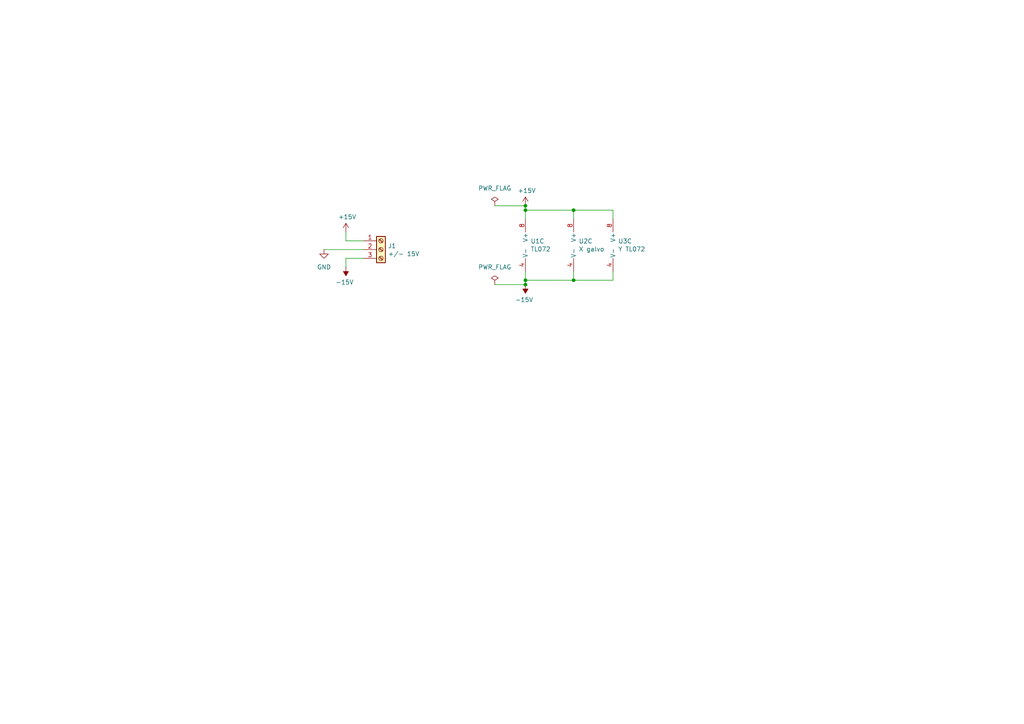
<source format=kicad_sch>
(kicad_sch (version 20231120) (generator "eeschema") (generator_version "8.0")
  (paper "A4")
  (lib_symbols
    (symbol "Amplifier_Operational:TL072" (pin_names (offset 0.127))
      (property "Reference" "U" (at 0 5.08 0))
      (property "Value" "TL072" (at 0 -5.08 0))
      (symbol "TL072_1_1"
        (polyline (pts (xy -5.08 5.08) (xy 5.08 0) (xy -5.08 -5.08) (xy -5.08 5.08)) (stroke (width 0.254)) (fill (type background)))
        (pin output line (at 7.62 0 180) (length 2.54) (name "~") (number "1"))
        (pin input line (at -7.62 -2.54 0) (length 2.54) (name "-") (number "2"))
        (pin input line (at -7.62 2.54 0) (length 2.54) (name "+") (number "3"))
      )
      (symbol "TL072_2_1"
        (polyline (pts (xy -5.08 5.08) (xy 5.08 0) (xy -5.08 -5.08) (xy -5.08 5.08)) (stroke (width 0.254)) (fill (type background)))
        (pin input line (at -7.62 2.54 0) (length 2.54) (name "+") (number "5"))
        (pin input line (at -7.62 -2.54 0) (length 2.54) (name "-") (number "6"))
        (pin output line (at 7.62 0 180) (length 2.54) (name "~") (number "7"))
      )
      (symbol "TL072_3_1"
        (pin power_in line (at -2.54 -7.62 90) (length 3.81) (name "V-") (number "4"))
        (pin power_in line (at -2.54 7.62 270) (length 3.81) (name "V+") (number "8"))
      )
    )
    (symbol "AxolotiLaser-rescue:+15V-power" (power) (pin_names (offset 0))
      (property "Value" "power_+15V" (at 0 3.556 0))
      (symbol "+15V-power_0_1"
        (polyline (pts (xy -0.762 1.27) (xy 0 2.54)))
        (polyline (pts (xy 0 0) (xy 0 2.54)))
        (polyline (pts (xy 0 2.54) (xy 0.762 1.27)))
      )
      (symbol "+15V-power_1_1"
        (pin power_in line (at 0 0 90) (length 0) hide (name "+15V") (number "1"))
      )
    )
    (symbol "AxolotiLaser-rescue:-15V-power" (power) (pin_names (offset 0))
      (property "Value" "power_-15V" (at 0 3.81 0))
      (symbol "-15V-power_0_0"
        (pin power_in line (at 0 0 90) (length 0) hide (name "-15V") (number "1"))
      )
      (symbol "-15V-power_0_1"
        (polyline (pts (xy 0 0) (xy 0 1.27) (xy 0.762 1.27) (xy 0 2.54) (xy -0.762 1.27) (xy 0 1.27)) (fill (type outline)))
      )
    )
    (symbol "Connector:Screw_Terminal_01x03" (pin_names (offset 1.016) hide)
      (property "Reference" "J" (at 0 5.08 0))
      (property "Value" "Screw_Terminal_01x03" (at 0 -5.08 0))
      (symbol "Screw_Terminal_01x03_1_1"
        (rectangle (start -1.27 3.81) (end 1.27 -3.81) (stroke (width 0.254)) (fill (type background)))
        (circle (center 0 -2.54) (radius 0.635) (stroke (width 0.1524)))
        (polyline (pts (xy -0.5334 -2.2098) (xy 0.3302 -3.048)) (stroke (width 0.1524)))
        (polyline (pts (xy -0.5334 0.3302) (xy 0.3302 -0.508)) (stroke (width 0.1524)))
        (polyline (pts (xy -0.5334 2.8702) (xy 0.3302 2.032)) (stroke (width 0.1524)))
        (polyline (pts (xy -0.3556 -2.032) (xy 0.508 -2.8702)) (stroke (width 0.1524)))
        (polyline (pts (xy -0.3556 0.508) (xy 0.508 -0.3302)) (stroke (width 0.1524)))
        (polyline (pts (xy -0.3556 3.048) (xy 0.508 2.2098)) (stroke (width 0.1524)))
        (circle (center 0 0) (radius 0.635) (stroke (width 0.1524)))
        (circle (center 0 2.54) (radius 0.635) (stroke (width 0.1524)))
        (pin passive line (at -5.08 2.54 0) (length 3.81) (name "Pin_1") (number "1"))
        (pin passive line (at -5.08 0 0) (length 3.81) (name "Pin_2") (number "2"))
        (pin passive line (at -5.08 -2.54 0) (length 3.81) (name "Pin_3") (number "3"))
      )
    )
    (symbol "power:GND" (power) (pin_numbers hide) (pin_names (offset 0) hide)
      (property "Value" "GND" (at 0 -3.81 0))
      (symbol "GND_0_1"
        (polyline (pts (xy 0 0) (xy 0 -1.27) (xy 1.27 -1.27) (xy 0 -2.54) (xy -1.27 -1.27) (xy 0 -1.27)))
      )
      (symbol "GND_1_1"
        (pin power_in line (at 0 0 270) (length 0) (name "~") (number "1"))
      )
    )
    (symbol "power:PWR_FLAG" (power) (pin_numbers hide) (pin_names (offset 0) hide)
      (property "Value" "PWR_FLAG" (at 0 3.81 0))
      (symbol "PWR_FLAG_0_0"
        (pin power_out line (at 0 0 90) (length 0) (name "~") (number "1"))
      )
      (symbol "PWR_FLAG_0_1"
        (polyline (pts (xy 0 0) (xy 0 1.27) (xy -1.016 1.905) (xy 0 2.54) (xy 1.016 1.905) (xy 0 1.27)))
      )
    )
  )
  (junction (at 166.37 81.28))
  (junction (at 152.4 59.69))
  (junction (at 152.4 81.28))
  (junction (at 166.37 60.96))
  (junction (at 152.4 82.55))
  (junction (at 152.4 60.96))
  (wire (pts (xy 100.33 69.85) (xy 105.41 69.85)))
  (wire (pts (xy 100.33 69.85) (xy 100.33 67.31)))
  (wire (pts (xy 105.41 72.39) (xy 93.98 72.39)))
  (wire (pts (xy 152.4 60.96) (xy 152.4 63.5)))
  (wire (pts (xy 166.37 81.28) (xy 166.37 78.74)))
  (wire (pts (xy 152.4 59.69) (xy 152.4 60.96)))
  (wire (pts (xy 100.33 74.93) (xy 100.33 77.47)))
  (wire (pts (xy 152.4 78.74) (xy 152.4 81.28)))
  (wire (pts (xy 152.4 60.96) (xy 166.37 60.96)))
  (wire (pts (xy 166.37 60.96) (xy 166.37 63.5)))
  (wire (pts (xy 105.41 74.93) (xy 100.33 74.93)))
  (wire (pts (xy 166.37 81.28) (xy 177.8 81.28)))
  (wire (pts (xy 177.8 81.28) (xy 177.8 78.74)))
  (wire (pts (xy 166.37 60.96) (xy 177.8 60.96)))
  (wire (pts (xy 143.51 59.69) (xy 152.4 59.69)))
  (wire (pts (xy 143.51 82.55) (xy 152.4 82.55)))
  (wire (pts (xy 177.8 60.96) (xy 177.8 63.5)))
  (wire (pts (xy 152.4 81.28) (xy 152.4 82.55)))
  (wire (pts (xy 152.4 81.28) (xy 166.37 81.28)))
  (symbol (lib_id "power:PWR_FLAG") (at 143.51 59.69 0) (unit 1)
    (property "Reference" "#FLG01" (effects (hide yes)))
    (property "Value" "PWR_FLAG" (at 143.51 54.61 0))
    (property "Description" "Special symbol for telling ERC where power comes from" (effects (hide yes)))
  )
  (symbol (lib_id "power:GND") (at 93.98 72.39 0) (unit 1)
    (property "Reference" "#PWR01" (effects (hide yes)))
    (property "Value" "GND" (at 93.98 77.47 0))
    (property "Description" "Power symbol creates a global label with name \"GND\" , ground" (effects (hide yes)))
  )
  (symbol (lib_id "AxolotiLaser-rescue:-15V-power") (at 100.33 77.47 180) (unit 1)
    (property "Reference" "#PWR03" (effects (hide yes)))
    (property "Value" "-15V" (at 99.949 81.8642 0))
  )
  (symbol (lib_id "AxolotiLaser-rescue:+15V-power") (at 152.4 59.69 0) (unit 1)
    (property "Reference" "#PWR04" (effects (hide yes)))
    (property "Value" "+15V" (at 152.781 55.2958 0))
  )
  (symbol (lib_id "Connector:Screw_Terminal_01x03") (at 110.49 72.39 0) (unit 1)
    (property "Reference" "J1" (at 112.522 71.3232 0) (effects (justify left)))
    (property "Value" "+/- 15V" (at 112.522 73.6346 0) (effects (justify left)))
    (property "Footprint" "Connector_Molex:Molex_KK-254_AE-6410-03A_1x03_P2.54mm_Vertical" (effects (hide yes)))
  )
  (symbol (lib_id "power:PWR_FLAG") (at 143.51 82.55 0) (unit 1)
    (property "Reference" "#FLG02" (effects (hide yes)))
    (property "Value" "PWR_FLAG" (at 143.51 77.47 0))
    (property "Description" "Special symbol for telling ERC where power comes from" (effects (hide yes)))
  )
  (symbol (lib_id "AxolotiLaser-rescue:-15V-power") (at 152.4 82.55 180) (unit 1)
    (property "Reference" "#PWR05" (effects (hide yes)))
    (property "Value" "-15V" (at 152.019 86.9442 0))
  )
  (symbol (lib_id "AxolotiLaser-rescue:+15V-power") (at 100.33 67.31 0) (unit 1)
    (property "Reference" "#PWR02" (effects (hide yes)))
    (property "Value" "+15V" (at 100.711 62.9158 0))
  )
  (symbol (lib_id "Amplifier_Operational:TL072") (at 180.34 71.12 0) (unit 3)
    (property "Reference" "U3" (at 179.2732 69.9516 0) (effects (justify left)))
    (property "Value" "Y TL072" (at 179.2732 72.263 0) (effects (justify left)))
    (property "Footprint" "Package_SO:SOIC-8_3.9x4.9mm_P1.27mm" (effects (hide yes)))
    (property "Datasheet" "http://www.ti.com/lit/ds/symlink/tl071.pdf" (effects (hide yes)))
  )
  (symbol (lib_id "Amplifier_Operational:TL072") (at 154.94 71.12 0) (unit 3)
    (property "Reference" "U1" (at 153.8732 69.9516 0) (effects (justify left)))
    (property "Value" "TL072" (at 153.8732 72.263 0) (effects (justify left)))
    (property "Footprint" "Package_SO:SOIC-8_3.9x4.9mm_P1.27mm" (effects (hide yes)))
    (property "Datasheet" "http://www.ti.com/lit/ds/symlink/tl071.pdf" (effects (hide yes)))
  )
  (symbol (lib_id "Amplifier_Operational:TL072") (at 168.91 71.12 0) (unit 3)
    (property "Reference" "U2" (at 167.8432 69.9516 0) (effects (justify left)))
    (property "Value" "X galvo" (at 167.8432 72.263 0) (effects (justify left)))
    (property "Footprint" "Package_SO:SOIC-8_3.9x4.9mm_P1.27mm" (effects (hide yes)))
    (property "Datasheet" "http://www.ti.com/lit/ds/symlink/tl071.pdf" (effects (hide yes)))
  )
)
</source>
